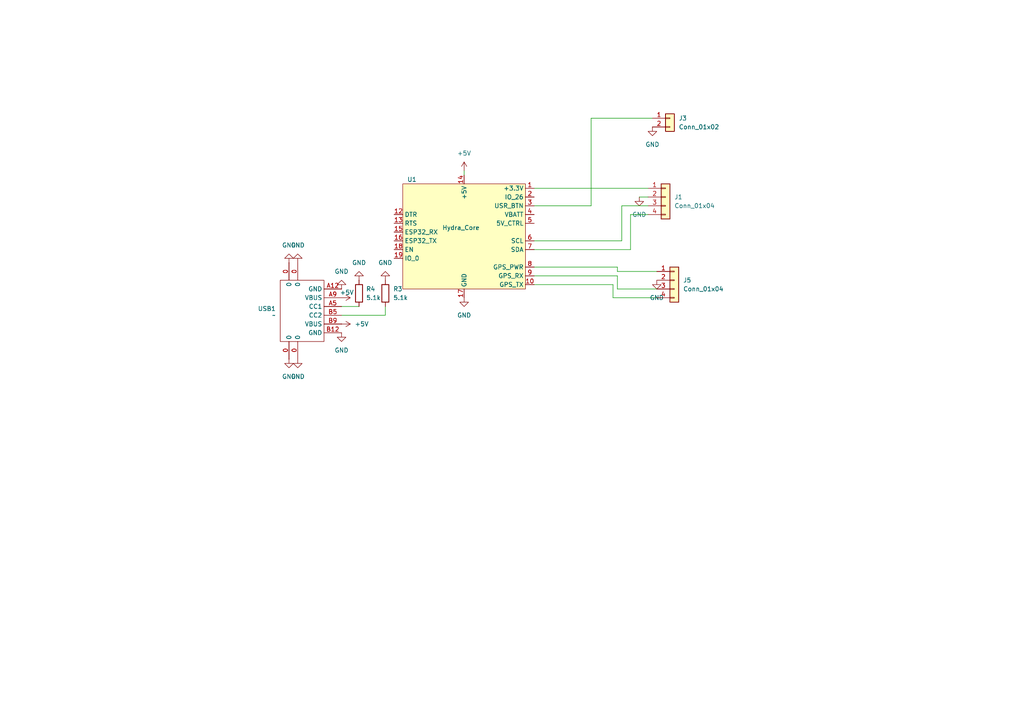
<source format=kicad_sch>
(kicad_sch (version 20231120) (generator "eeschema") (generator_version "8.0")
  (paper "A4")
  (lib_symbols
    (symbol "+5V_1" (power) (pin_numbers hide) (pin_names (offset 0) hide)
      (property "Value" "+5V" (at 0 3.556 0))
      (symbol "+5V_1_0_1"
        (polyline (pts (xy -0.762 1.27) (xy 0 2.54)))
        (polyline (pts (xy 0 0) (xy 0 2.54)))
        (polyline (pts (xy 0 2.54) (xy 0.762 1.27)))
      )
      (symbol "+5V_1_1_1"
        (pin power_in line (at 0 0 90) (length 0) (name "~") (number "1"))
      )
    )
    (symbol "+5V_2" (power) (pin_numbers hide) (pin_names (offset 0) hide)
      (property "Value" "+5V" (at 0 3.556 0))
      (symbol "+5V_2_0_1"
        (polyline (pts (xy -0.762 1.27) (xy 0 2.54)))
        (polyline (pts (xy 0 0) (xy 0 2.54)))
        (polyline (pts (xy 0 2.54) (xy 0.762 1.27)))
      )
      (symbol "+5V_2_1_1"
        (pin power_in line (at 0 0 90) (length 0) (name "~") (number "1"))
      )
    )
    (symbol "Connector_Generic:Conn_01x02" (pin_names (offset 1.016) hide)
      (property "Reference" "J" (at 0 2.54 0))
      (property "Value" "Conn_01x02" (at 0 -5.08 0))
      (symbol "Conn_01x02_1_1"
        (rectangle (start -1.27 -2.413) (end 0 -2.667) (stroke (width 0.1524)))
        (rectangle (start -1.27 0.127) (end 0 -0.127) (stroke (width 0.1524)))
        (rectangle (start -1.27 1.27) (end 1.27 -3.81) (stroke (width 0.254)) (fill (type background)))
        (pin passive line (at -5.08 0 0) (length 3.81) (name "Pin_1") (number "1"))
        (pin passive line (at -5.08 -2.54 0) (length 3.81) (name "Pin_2") (number "2"))
      )
    )
    (symbol "Connector_Generic:Conn_01x04" (pin_names (offset 1.016) hide)
      (property "Reference" "J" (at 0 5.08 0))
      (property "Value" "Conn_01x04" (at 0 -7.62 0))
      (symbol "Conn_01x04_1_1"
        (rectangle (start -1.27 -4.953) (end 0 -5.207) (stroke (width 0.1524)))
        (rectangle (start -1.27 -2.413) (end 0 -2.667) (stroke (width 0.1524)))
        (rectangle (start -1.27 0.127) (end 0 -0.127) (stroke (width 0.1524)))
        (rectangle (start -1.27 2.667) (end 0 2.413) (stroke (width 0.1524)))
        (rectangle (start -1.27 3.81) (end 1.27 -6.35) (stroke (width 0.254)) (fill (type background)))
        (pin passive line (at -5.08 2.54 0) (length 3.81) (name "Pin_1") (number "1"))
        (pin passive line (at -5.08 0 0) (length 3.81) (name "Pin_2") (number "2"))
        (pin passive line (at -5.08 -2.54 0) (length 3.81) (name "Pin_3") (number "3"))
        (pin passive line (at -5.08 -5.08 0) (length 3.81) (name "Pin_4") (number "4"))
      )
    )
    (symbol "Device:R" (pin_numbers hide) (pin_names (offset 0))
      (property "Reference" "R" (at 2.032 0 90))
      (property "Value" "R" (at 0 0 90))
      (symbol "R_0_1"
        (rectangle (start -1.016 -2.54) (end 1.016 2.54) (stroke (width 0.254)))
      )
      (symbol "R_1_1"
        (pin passive line (at 0 3.81 270) (length 1.27) (name "~") (number "1"))
        (pin passive line (at 0 -3.81 90) (length 1.27) (name "~") (number "2"))
      )
    )
    (symbol "GND_1" (power) (pin_numbers hide) (pin_names (offset 0) hide)
      (property "Value" "GND" (at 0 -3.81 0))
      (symbol "GND_1_0_1"
        (polyline (pts (xy 0 0) (xy 0 -1.27) (xy 1.27 -1.27) (xy 0 -2.54) (xy -1.27 -1.27) (xy 0 -1.27)))
      )
      (symbol "GND_1_1_1"
        (pin power_in line (at 0 0 270) (length 0) (name "~") (number "1"))
      )
    )
    (symbol "GND_2" (power) (pin_numbers hide) (pin_names (offset 0) hide)
      (property "Value" "GND" (at 0 -3.81 0))
      (symbol "GND_2_0_1"
        (polyline (pts (xy 0 0) (xy 0 -1.27) (xy 1.27 -1.27) (xy 0 -2.54) (xy -1.27 -1.27) (xy 0 -1.27)))
      )
      (symbol "GND_2_1_1"
        (pin power_in line (at 0 0 270) (length 0) (name "~") (number "1"))
      )
    )
    (symbol "HydraLib:USB-C-SMD_TYPE-603-T3"
      (property "Reference" "USB1" (at 8.89 1.9051 0))
      (property "Value" "~" (at 8.89 0 0))
      (symbol "USB-C-SMD_TYPE-603-T3_1_0"
        (rectangle (start -5.08 -7.62) (end 7.62 10.16))
        (pin input line (at 2.54 -12.7 90) (length 5.08) (name "0") (number "0"))
        (pin input line (at 2.54 15.24 270) (length 5.08) (name "0") (number "0"))
        (pin input line (at 5.08 -12.7 90) (length 5.08) (name "0") (number "0"))
        (pin input line (at 5.08 15.24 270) (length 5.08) (name "0") (number "0"))
        (pin input line (at -10.16 -5.08 0) (length 5.08) (name "GND") (number "A12"))
        (pin input line (at -10.16 0 0) (length 5.08) (name "CC1") (number "A5"))
        (pin input line (at -10.16 -2.54 0) (length 5.08) (name "VBUS") (number "A9"))
        (pin input line (at -10.16 7.62 0) (length 5.08) (name "GND") (number "B12"))
        (pin input line (at -10.16 2.54 0) (length 5.08) (name "CC2") (number "B5"))
        (pin input line (at -10.16 5.08 0) (length 5.08) (name "VBUS") (number "B9"))
      )
    )
    (symbol "hydra_core_symbol:Hydra_Core" (in_bom no)
      (property "Reference" "U" (at 0 3.81 0))
      (property "Value" "Hydra_Core" (at 0 -2.54 0))
      (symbol "Hydra_Core_0_1"
        (rectangle (start 17.78 15.24) (end -17.78 -15.24) (fill (type background)))
      )
      (symbol "Hydra_Core_1_1"
        (pin power_out line (at 20.32 13.97 180) (length 2.54) (name "+3.3V") (number "1"))
        (pin bidirectional line (at 20.32 -13.97 180) (length 2.54) (name "GPS_TX") (number "10"))
        (pin power_out line (at 0 -17.78 90) (length 2.54) hide (name "GND") (number "11"))
        (pin bidirectional line (at -20.32 6.35 0) (length 2.54) (name "DTR") (number "12"))
        (pin bidirectional line (at -20.32 3.81 0) (length 2.54) (name "RTS") (number "13"))
        (pin power_in line (at 0 17.78 270) (length 2.54) (name "+5V") (number "14"))
        (pin bidirectional line (at -20.32 1.27 0) (length 2.54) (name "ESP32_RX") (number "15"))
        (pin bidirectional line (at -20.32 -1.27 0) (length 2.54) (name "ESP32_TX") (number "16"))
        (pin power_in line (at 0 -17.78 90) (length 2.54) (name "GND") (number "17"))
        (pin bidirectional line (at -20.32 -3.81 0) (length 2.54) (name "EN") (number "18"))
        (pin bidirectional line (at -20.32 -6.35 0) (length 2.54) (name "IO_0") (number "19"))
        (pin bidirectional line (at 20.32 11.43 180) (length 2.54) (name "IO_26") (number "2"))
        (pin bidirectional line (at 20.32 8.89 180) (length 2.54) (name "USR_BTN") (number "3"))
        (pin input line (at 20.32 6.35 180) (length 2.54) (name "VBATT") (number "4"))
        (pin power_out line (at 20.32 3.81 180) (length 2.54) (name "5V_CTRL") (number "5"))
        (pin bidirectional line (at 20.32 -1.27 180) (length 2.54) (name "SCL") (number "6"))
        (pin bidirectional line (at 20.32 -3.81 180) (length 2.54) (name "SDA") (number "7"))
        (pin power_out line (at 20.32 -8.89 180) (length 2.54) (name "GPS_PWR") (number "8"))
        (pin bidirectional line (at 20.32 -11.43 180) (length 2.54) (name "GPS_RX") (number "9"))
      )
    )
    (symbol "power:+5V" (power) (pin_names (offset 0))
      (property "Value" "+5V" (at 0 3.556 0))
      (symbol "+5V_0_1"
        (polyline (pts (xy -0.762 1.27) (xy 0 2.54)))
        (polyline (pts (xy 0 0) (xy 0 2.54)))
        (polyline (pts (xy 0 2.54) (xy 0.762 1.27)))
      )
      (symbol "+5V_1_1"
        (pin power_in line (at 0 0 90) (length 0) hide (name "+5V") (number "1"))
      )
    )
    (symbol "power:GND" (power) (pin_names (offset 0))
      (property "Value" "GND" (at 0 -3.81 0))
      (symbol "GND_0_1"
        (polyline (pts (xy 0 0) (xy 0 -1.27) (xy 1.27 -1.27) (xy 0 -2.54) (xy -1.27 -1.27) (xy 0 -1.27)))
      )
      (symbol "GND_1_1"
        (pin power_in line (at 0 0 270) (length 0) hide (name "GND") (number "1"))
      )
    )
  )
  (wire (pts (xy 182.88 72.39) (xy 154.94 72.39)))
  (wire (pts (xy 154.94 69.85) (xy 180.34 69.85)))
  (wire (pts (xy 185.42 57.15) (xy 187.96 57.15)))
  (wire (pts (xy 171.45 34.29) (xy 171.45 59.69)))
  (wire (pts (xy 182.88 62.23) (xy 182.88 72.39)))
  (wire (pts (xy 180.34 59.69) (xy 187.96 59.69)))
  (wire (pts (xy 180.34 69.85) (xy 180.34 59.69)))
  (wire (pts (xy 179.07 78.74) (xy 179.07 77.47)))
  (wire (pts (xy 189.23 34.29) (xy 171.45 34.29)))
  (wire (pts (xy 99.06 91.44) (xy 111.76 91.44)))
  (wire (pts (xy 171.45 59.69) (xy 154.94 59.69)))
  (wire (pts (xy 154.94 80.01) (xy 179.07 80.01)))
  (wire (pts (xy 154.94 82.55) (xy 177.8 82.55)))
  (wire (pts (xy 182.88 62.23) (xy 187.96 62.23)))
  (wire (pts (xy 99.06 88.9) (xy 104.14 88.9)))
  (wire (pts (xy 190.5 78.74) (xy 179.07 78.74)))
  (wire (pts (xy 179.07 80.01) (xy 179.07 83.82)))
  (wire (pts (xy 179.07 77.47) (xy 154.94 77.47)))
  (wire (pts (xy 177.8 82.55) (xy 177.8 86.36)))
  (wire (pts (xy 154.94 54.61) (xy 187.96 54.61)))
  (wire (pts (xy 134.62 49.53) (xy 134.62 50.8)))
  (wire (pts (xy 179.07 83.82) (xy 190.5 83.82)))
  (wire (pts (xy 177.8 86.36) (xy 190.5 86.36)))
  (wire (pts (xy 111.76 91.44) (xy 111.76 88.9)))
  (symbol (lib_id "hydra_core_symbol:Hydra_Core") (at 134.62 68.58 0) (unit 1) (in_bom no)
    (property "Reference" "U1" (at 118.11 52.07 0) (effects (justify left)))
    (property "Value" "Hydra_Core" (at 128.27 66.04 0) (effects (justify left)))
    (property "Footprint" "core_pcb:Hydra_core" (effects (hide yes)))
  )
  (symbol (lib_id "power:GND") (at 134.62 86.36 0) (unit 1)
    (property "Reference" "#PWR01" (effects (hide yes)))
    (property "Value" "GND" (at 134.62 91.44 0))
  )
  (symbol (lib_id "power:GND") (at 190.5 81.28 0) (unit 1)
    (property "Reference" "#PWR0102" (effects (hide yes)))
    (property "Value" "GND" (at 190.5 86.36 0))
  )
  (symbol (lib_id "Connector_Generic:Conn_01x04") (at 193.04 57.15 0) (unit 1)
    (property "Reference" "J1" (at 195.58 57.1499 0) (effects (justify left)))
    (property "Value" "Conn_01x04" (at 195.58 59.6899 0) (effects (justify left)))
    (property "Footprint" "Connector_PinHeader_2.54mm:PinHeader_1x04_P2.54mm_Vertical" (effects (hide yes)))
  )
  (symbol (lib_name "GND_2") (lib_id "power:GND") (at 104.14 81.28 180) (unit 1)
    (property "Reference" "#PWR013" (effects (hide yes)))
    (property "Value" "GND" (at 104.14 76.2 0))
    (property "Description" "Power symbol creates a global label with name \"GND\" , ground" (effects (hide yes)))
  )
  (symbol (lib_id "power:+5V") (at 134.62 49.53 0) (unit 1)
    (property "Reference" "#PWR0101" (effects (hide yes)))
    (property "Value" "+5V" (at 134.62 44.45 0))
  )
  (symbol (lib_id "Device:R") (at 111.76 85.09 0) (unit 1)
    (property "Reference" "R3" (at 114.046 83.82 0) (effects (justify left)))
    (property "Value" "5.1k" (at 114.046 86.36 0) (effects (justify left)))
    (property "Footprint" "Resistor_THT:R_Axial_DIN0204_L3.6mm_D1.6mm_P5.08mm_Horizontal" (effects (hide yes)))
    (property "Description" "Resistor" (effects (hide yes)))
  )
  (symbol (lib_id "power:GND") (at 189.23 36.83 0) (unit 1)
    (property "Reference" "#PWR04" (effects (hide yes)))
    (property "Value" "GND" (at 189.23 41.91 0))
  )
  (symbol (lib_name "+5V_1") (lib_id "power:+5V") (at 99.06 93.98 270) (unit 1)
    (property "Reference" "#PWR011" (effects (hide yes)))
    (property "Value" "+5V" (at 102.87 93.9799 90) (effects (justify left)))
    (property "Description" "Power symbol creates a global label with name \"+5V\"" (effects (hide yes)))
  )
  (symbol (lib_id "Connector_Generic:Conn_01x02") (at 194.31 34.29 0) (unit 1)
    (property "Reference" "J3" (at 196.85 34.2899 0) (effects (justify left)))
    (property "Value" "Conn_01x02" (at 196.85 36.8299 0) (effects (justify left)))
    (property "Footprint" "Connector_PinHeader_2.54mm:PinHeader_1x02_P2.54mm_Vertical" (effects (hide yes)))
  )
  (symbol (lib_id "Connector_Generic:Conn_01x04") (at 195.58 81.28 0) (unit 1)
    (property "Reference" "J5" (at 198.12 81.2799 0) (effects (justify left)))
    (property "Value" "Conn_01x04" (at 198.12 83.8199 0) (effects (justify left)))
    (property "Footprint" "Connector_PinHeader_2.54mm:PinHeader_1x04_P2.54mm_Vertical" (effects (hide yes)))
  )
  (symbol (lib_name "GND_1") (lib_id "power:GND") (at 86.36 76.2 180) (unit 1)
    (property "Reference" "#PWR07" (effects (hide yes)))
    (property "Value" "GND" (at 86.36 71.12 0))
    (property "Description" "Power symbol creates a global label with name \"GND\" , ground" (effects (hide yes)))
  )
  (symbol (lib_name "GND_1") (lib_id "power:GND") (at 99.06 83.82 180) (unit 1)
    (property "Reference" "#PWR010" (effects (hide yes)))
    (property "Value" "GND" (at 99.06 78.74 0))
    (property "Description" "Power symbol creates a global label with name \"GND\" , ground" (effects (hide yes)))
  )
  (symbol (lib_name "GND_1") (lib_id "power:GND") (at 99.06 96.52 0) (unit 1)
    (property "Reference" "#PWR09" (effects (hide yes)))
    (property "Value" "GND" (at 99.06 101.6 0))
    (property "Description" "Power symbol creates a global label with name \"GND\" , ground" (effects (hide yes)))
  )
  (symbol (lib_id "power:GND") (at 185.42 57.15 0) (unit 1)
    (property "Reference" "#PWR02" (effects (hide yes)))
    (property "Value" "GND" (at 185.42 62.23 0))
  )
  (symbol (lib_name "GND_1") (lib_id "power:GND") (at 83.82 104.14 0) (unit 1)
    (property "Reference" "#PWR05" (effects (hide yes)))
    (property "Value" "GND" (at 83.82 109.22 0))
    (property "Description" "Power symbol creates a global label with name \"GND\" , ground" (effects (hide yes)))
  )
  (symbol (lib_name "+5V_2") (lib_id "power:+5V") (at 99.06 86.36 270) (unit 1)
    (property "Reference" "#PWR014" (effects (hide yes)))
    (property "Value" "+5V" (at 98.552 84.836 90) (effects (justify left)))
    (property "Description" "Power symbol creates a global label with name \"+5V\"" (effects (hide yes)))
  )
  (symbol (lib_name "GND_1") (lib_id "power:GND") (at 86.36 104.14 0) (unit 1)
    (property "Reference" "#PWR06" (effects (hide yes)))
    (property "Value" "GND" (at 86.36 109.22 0))
    (property "Description" "Power symbol creates a global label with name \"GND\" , ground" (effects (hide yes)))
  )
  (symbol (lib_name "GND_2") (lib_id "power:GND") (at 111.76 81.28 180) (unit 1)
    (property "Reference" "#PWR012" (effects (hide yes)))
    (property "Value" "GND" (at 111.76 76.2 0))
    (property "Description" "Power symbol creates a global label with name \"GND\" , ground" (effects (hide yes)))
  )
  (symbol (lib_name "GND_1") (lib_id "power:GND") (at 83.82 76.2 180) (unit 1)
    (property "Reference" "#PWR08" (effects (hide yes)))
    (property "Value" "GND" (at 83.82 71.12 0))
    (property "Description" "Power symbol creates a global label with name \"GND\" , ground" (effects (hide yes)))
  )
  (symbol (lib_id "Device:R") (at 104.14 85.09 0) (unit 1)
    (property "Reference" "R4" (at 106.172 83.82 0) (effects (justify left)))
    (property "Value" "5.1k" (at 106.172 86.36 0) (effects (justify left)))
    (property "Footprint" "Resistor_THT:R_Axial_DIN0204_L3.6mm_D1.6mm_P5.08mm_Horizontal" (effects (hide yes)))
    (property "Description" "Resistor" (effects (hide yes)))
  )
  (symbol (lib_id "HydraLib:USB-C-SMD_TYPE-603-T3") (at 88.9 88.9 180) (unit 1)
    (property "Reference" "USB1" (at 80.01 89.5349 0) (effects (justify left)))
    (property "Value" "~" (at 80.01 91.44 0) (effects (justify left)))
    (property "Footprint" "Library:USB-C-SMD_TYPE-603-T3" (effects (hide yes)))
  )
)
</source>
